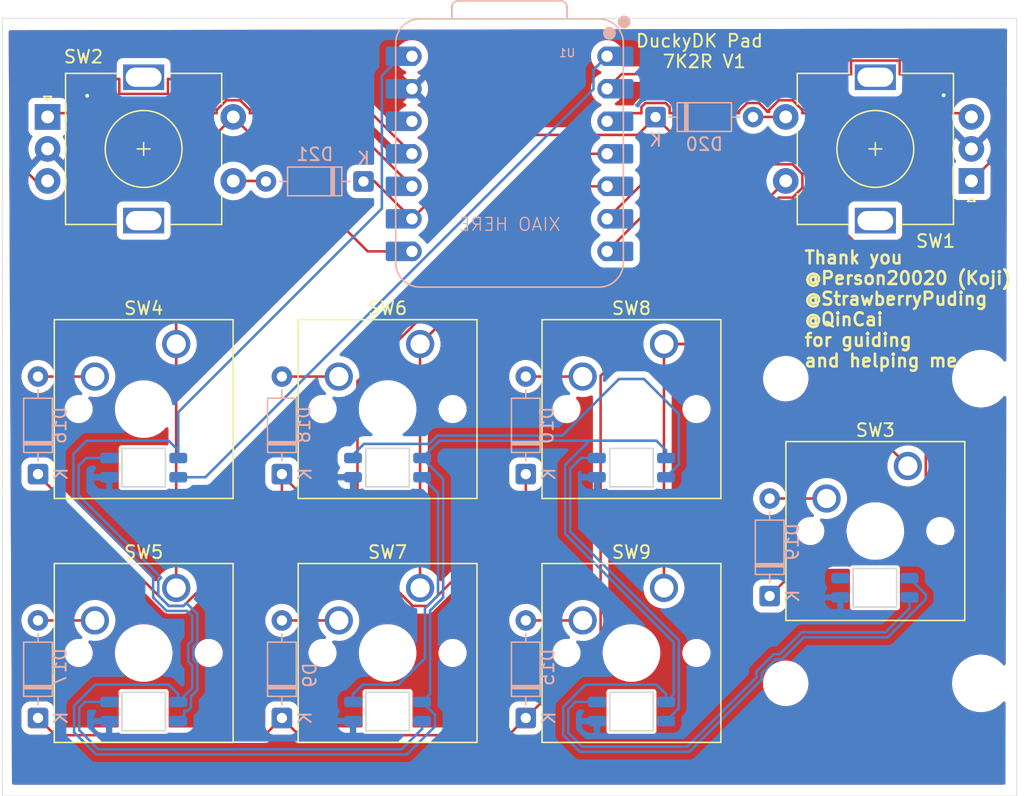
<source format=kicad_pcb>
(kicad_pcb (version 20241229) (generator "pcbnew") (generator_version "9.0")
  (layers (0 "F.Cu" signal) (2 "B.Cu" signal) (13 "F.Paste" user) (15 "B.Paste" user) (5 "F.SilkS" user "F.Silkscreen") (7 "B.SilkS" user "B.Silkscreen") (1 "F.Mask" user) (3 "B.Mask" user) (25 "Edge.Cuts" user))
  (net 0 "")
  (net 1 "Net-(D1-DIN)")
  (net 2 "GND")
  (net 3 "+5V")
  (net 4 "Net-(D1-DOUT)")
  (net 5 "Net-(D2-DOUT)")
  (net 6 "Net-(D3-DOUT)")
  (net 7 "Net-(D4-DOUT)")
  (net 8 "Net-(D5-DOUT)")
  (net 9 "Net-(D6-DOUT)")
  (net 11 "Net-(D9-A)")
  (net 12 "Row 2")
  (net 13 "Net-(D10-A)")
  (net 14 "Net-(D15-A)")
  (net 15 "Row 1")
  (net 16 "Net-(D16-A)")
  (net 17 "Net-(D17-A)")
  (net 18 "Net-(D18-A)")
  (net 19 "Net-(D19-A)")
  (net 20 "Row 0")
  (net 21 "Net-(D20-A)")
  (net 22 "Net-(D21-A)")
  (net 23 "Col 1")
  (net 24 "ROT2-A")
  (net 25 "ROT2-B")
  (net 26 "ROT1-B")
  (net 27 "Col 2")
  (net 28 "ROT1-A")
  (net 29 "Col 0")
  (footprint "Rotary_Encoder:RotaryEncoder_Alps_EC11E-Switch_Vertical_H20mm" (layer "F.Cu") (at 149.359 86.066 180)
    (property "Reference" "SW1" (at 2.8 -4.7 0) (layer "F.SilkS"))
    (property "Value" "RotaryEncoder_Switch")
    (pad "A" thru_hole rect (at 0 0 180) (size 2 2) (drill 1) (layers "*.Cu" "*.Mask") (net 24 "ROT2-A"))
    (pad "B" thru_hole circle (at 0 5 180) (size 2 2) (drill 1) (layers "*.Cu" "*.Mask") (net 25 "ROT2-B"))
    (pad "C" thru_hole circle (at 0 2.5 180) (size 2 2) (drill 1) (layers "*.Cu" "*.Mask") (net 2 "GND"))
    (pad "MP" thru_hole rect (at 7.5 -3.1 180) (size 3.2 2) (drill oval 2.8 1.5) (layers "*.Cu" "*.Mask"))
    (pad "MP" thru_hole rect (at 7.5 8.1 180) (size 3.2 2) (drill oval 2.8 1.5) (layers "*.Cu" "*.Mask"))
    (pad "S1" thru_hole circle (at 14.5 5 180) (size 2 2) (drill 1) (layers "*.Cu" "*.Mask") (net 21 "Net-(D20-A)"))
    (pad "S2" thru_hole circle (at 14.5 0 180) (size 2 2) (drill 1) (layers "*.Cu" "*.Mask") (net 23 "Col 1"))
  )
  (footprint "Button_Switch_Keyboard:SW_Cherry_MX_1.00u_PCB" (layer "F.Cu") (at 87.249 117.856)
    (property "Reference" "SW5" (at -2.54 -2.794 0) (layer "F.SilkS"))
    (property "Value" "SW_Push")
    (pad "" np_thru_hole circle (at -7.62 5.08) (size 1.7 1.7) (drill 1.7) (layers "*.Cu" "*.Mask"))
    (pad "" np_thru_hole circle (at -2.54 5.08) (size 4 4) (drill 4) (layers "*.Cu" "*.Mask"))
    (pad "" np_thru_hole circle (at 2.54 5.08) (size 1.7 1.7) (drill 1.7) (layers "*.Cu" "*.Mask"))
    (pad "1" thru_hole circle (at 0 0) (size 2.2 2.2) (drill 1.5) (layers "*.Cu" "*.Mask") (net 29 "Col 0"))
    (pad "2" thru_hole circle (at -6.35 2.54) (size 2.2 2.2) (drill 1.5) (layers "*.Cu" "*.Mask") (net 17 "Net-(D17-A)"))
  )
  (footprint "Button_Switch_Keyboard:SW_Cherry_MX_1.00u_PCB" (layer "F.Cu") (at 87.249 98.806)
    (property "Reference" "SW4" (at -2.54 -2.794 0) (layer "F.SilkS"))
    (property "Value" "SW_Push")
    (pad "" np_thru_hole circle (at -7.62 5.08) (size 1.7 1.7) (drill 1.7) (layers "*.Cu" "*.Mask"))
    (pad "" np_thru_hole circle (at -2.54 5.08) (size 4 4) (drill 4) (layers "*.Cu" "*.Mask"))
    (pad "" np_thru_hole circle (at 2.54 5.08) (size 1.7 1.7) (drill 1.7) (layers "*.Cu" "*.Mask"))
    (pad "1" thru_hole circle (at 0 0) (size 2.2 2.2) (drill 1.5) (layers "*.Cu" "*.Mask") (net 29 "Col 0"))
    (pad "2" thru_hole circle (at -6.35 2.54) (size 2.2 2.2) (drill 1.5) (layers "*.Cu" "*.Mask") (net 16 "Net-(D16-A)"))
  )
  (footprint "Rotary_Encoder:RotaryEncoder_Alps_EC11E-Switch_Vertical_H20mm" (layer "F.Cu") (at 77.205 81.066)
    (property "Reference" "SW2" (at 2.8 -4.7 0) (layer "F.SilkS"))
    (property "Value" "RotaryEncoder_Switch")
    (pad "A" thru_hole rect (at 0 0) (size 2 2) (drill 1) (layers "*.Cu" "*.Mask") (net 28 "ROT1-A"))
    (pad "B" thru_hole circle (at 0 5) (size 2 2) (drill 1) (layers "*.Cu" "*.Mask") (net 26 "ROT1-B"))
    (pad "C" thru_hole circle (at 0 2.5) (size 2 2) (drill 1) (layers "*.Cu" "*.Mask") (net 2 "GND"))
    (pad "MP" thru_hole rect (at 7.5 -3.1) (size 3.2 2) (drill oval 2.8 1.5) (layers "*.Cu" "*.Mask"))
    (pad "MP" thru_hole rect (at 7.5 8.1) (size 3.2 2) (drill oval 2.8 1.5) (layers "*.Cu" "*.Mask"))
    (pad "S1" thru_hole circle (at 14.5 5) (size 2 2) (drill 1) (layers "*.Cu" "*.Mask") (net 22 "Net-(D21-A)"))
    (pad "S2" thru_hole circle (at 14.5 0) (size 2 2) (drill 1) (layers "*.Cu" "*.Mask") (net 29 "Col 0"))
  )
  (footprint "Button_Switch_Keyboard:SW_Cherry_MX_2.00u_Vertical_PCB" (layer "F.Cu") (at 144.399 108.331)
    (property "Reference" "SW3" (at -2.54 -2.794 0) (layer "F.SilkS"))
    (property "Value" "SW_Push")
    (pad "" np_thru_hole circle (at -9.54 -6.82) (size 3.05 3.05) (drill 3.05) (layers "*.Cu" "*.Mask"))
    (pad "" np_thru_hole circle (at -9.54 16.98) (size 3.05 3.05) (drill 3.05) (layers "*.Cu" "*.Mask"))
    (pad "" np_thru_hole circle (at -7.62 5.08) (size 1.7 1.7) (drill 1.7) (layers "*.Cu" "*.Mask"))
    (pad "" np_thru_hole circle (at -2.54 5.08) (size 4 4) (drill 4) (layers "*.Cu" "*.Mask"))
    (pad "" np_thru_hole circle (at 2.54 5.08) (size 1.7 1.7) (drill 1.7) (layers "*.Cu" "*.Mask"))
    (pad "" np_thru_hole circle (at 5.7 -6.82) (size 4 4) (drill 4) (layers "*.Cu" "*.Mask"))
    (pad "" np_thru_hole circle (at 5.7 16.98) (size 4 4) (drill 4) (layers "*.Cu" "*.Mask"))
    (pad "1" thru_hole circle (at 0 0) (size 2.2 2.2) (drill 1.5) (layers "*.Cu" "*.Mask") (net 27 "Col 2"))
    (pad "2" thru_hole circle (at -6.35 2.54) (size 2.2 2.2) (drill 1.5) (layers "*.Cu" "*.Mask") (net 19 "Net-(D19-A)"))
  )
  (footprint "Button_Switch_Keyboard:SW_Cherry_MX_1.00u_PCB" (layer "F.Cu") (at 106.299 117.856)
    (property "Reference" "SW7" (at -2.54 -2.794 0) (layer "F.SilkS"))
    (property "Value" "SW_Push")
    (pad "" np_thru_hole circle (at -7.62 5.08) (size 1.7 1.7) (drill 1.7) (layers "*.Cu" "*.Mask"))
    (pad "" np_thru_hole circle (at -2.54 5.08) (size 4 4) (drill 4) (layers "*.Cu" "*.Mask"))
    (pad "" np_thru_hole circle (at 2.54 5.08) (size 1.7 1.7) (drill 1.7) (layers "*.Cu" "*.Mask"))
    (pad "1" thru_hole circle (at 0 0) (size 2.2 2.2) (drill 1.5) (layers "*.Cu" "*.Mask") (net 23 "Col 1"))
    (pad "2" thru_hole circle (at -6.35 2.54) (size 2.2 2.2) (drill 1.5) (layers "*.Cu" "*.Mask") (net 11 "Net-(D9-A)"))
  )
  (footprint "Button_Switch_Keyboard:SW_Cherry_MX_1.00u_PCB" (layer "F.Cu") (at 125.349 117.856)
    (property "Reference" "SW9" (at -2.54 -2.794 0) (layer "F.SilkS"))
    (property "Value" "SW_Push")
    (pad "" np_thru_hole circle (at -7.62 5.08) (size 1.7 1.7) (drill 1.7) (layers "*.Cu" "*.Mask"))
    (pad "" np_thru_hole circle (at -2.54 5.08) (size 4 4) (drill 4) (layers "*.Cu" "*.Mask"))
    (pad "" np_thru_hole circle (at 2.54 5.08) (size 1.7 1.7) (drill 1.7) (layers "*.Cu" "*.Mask"))
    (pad "1" thru_hole circle (at 0 0) (size 2.2 2.2) (drill 1.5) (layers "*.Cu" "*.Mask") (net 27 "Col 2"))
    (pad "2" thru_hole circle (at -6.35 2.54) (size 2.2 2.2) (drill 1.5) (layers "*.Cu" "*.Mask") (net 14 "Net-(D15-A)"))
  )
  (footprint "Button_Switch_Keyboard:SW_Cherry_MX_1.00u_PCB" (layer "F.Cu") (at 106.299 98.806)
    (property "Reference" "SW6" (at -2.54 -2.794 0) (layer "F.SilkS"))
    (property "Value" "SW_Push")
    (pad "" np_thru_hole circle (at -7.62 5.08) (size 1.7 1.7) (drill 1.7) (layers "*.Cu" "*.Mask"))
    (pad "" np_thru_hole circle (at -2.54 5.08) (size 4 4) (drill 4) (layers "*.Cu" "*.Mask"))
    (pad "" np_thru_hole circle (at 2.54 5.08) (size 1.7 1.7) (drill 1.7) (layers "*.Cu" "*.Mask"))
    (pad "1" thru_hole circle (at 0 0) (size 2.2 2.2) (drill 1.5) (layers "*.Cu" "*.Mask") (net 23 "Col 1"))
    (pad "2" thru_hole circle (at -6.35 2.54) (size 2.2 2.2) (drill 1.5) (layers "*.Cu" "*.Mask") (net 18 "Net-(D18-A)"))
  )
  (footprint "Button_Switch_Keyboard:SW_Cherry_MX_1.00u_PCB" (layer "F.Cu") (at 125.349 98.806)
    (property "Reference" "SW8" (at -2.54 -2.794 0) (layer "F.SilkS"))
    (property "Value" "SW_Push")
    (pad "" np_thru_hole circle (at -7.62 5.08) (size 1.7 1.7) (drill 1.7) (layers "*.Cu" "*.Mask"))
    (pad "" np_thru_hole circle (at -2.54 5.08) (size 4 4) (drill 4) (layers "*.Cu" "*.Mask"))
    (pad "" np_thru_hole circle (at 2.54 5.08) (size 1.7 1.7) (drill 1.7) (layers "*.Cu" "*.Mask"))
    (pad "1" thru_hole circle (at 0 0) (size 2.2 2.2) (drill 1.5) (layers "*.Cu" "*.Mask") (net 27 "Col 2"))
    (pad "2" thru_hole circle (at -6.35 2.54) (size 2.2 2.2) (drill 1.5) (layers "*.Cu" "*.Mask") (net 13 "Net-(D10-A)"))
  )
  (footprint "ScottoKeebs_Components:LED_SK6812MINI" (layer "B.Cu") (at 122.809 108.458 180)
    (property "Reference" "D5" (hide yes))
    (property "Value" "SK6812MINI" (hide yes))
    (fp_line (start 1.7 1.5) (end -1.7 1.5) (stroke (width 0.12)) (layer "Edge.Cuts"))
    (fp_line (start 1.7 -1.5) (end 1.7 1.5) (stroke (width 0.12)) (layer "Edge.Cuts"))
    (fp_line (start -1.7 1.5) (end -1.7 -1.5) (stroke (width 0.12)) (layer "Edge.Cuts"))
    (fp_line (start -1.7 -1.5) (end 1.7 -1.5) (stroke (width 0.12)) (layer "Edge.Cuts"))
    (pad "1" smd roundrect (at 2.7 0.75 180) (size 1.4 0.82) (layers "B.Cu" "B.Mask" "B.Paste") (net 8 "Net-(D5-DOUT)"))
    (pad "2" smd roundrect (at 2.7 -0.75 180) (size 1.4 0.82) (layers "B.Cu" "B.Mask" "B.Paste") (net 2 "GND"))
    (pad "3" smd roundrect (at -2.7 -0.75 180) (size 1.4 0.82) (layers "B.Cu" "B.Mask" "B.Paste") (net 7 "Net-(D4-DOUT)"))
    (pad "4" smd roundrect (at -2.7 0.75 180) (size 1.4 0.82) (layers "B.Cu" "B.Mask" "B.Paste") (net 3 "+5V"))
  )
  (footprint "ScottoKeebs_Components:LED_SK6812MINI" (layer "B.Cu") (at 122.809 127.508 180)
    (property "Reference" "D6" (hide yes))
    (property "Value" "SK6812MINI" (hide yes))
    (fp_line (start 1.7 1.5) (end -1.7 1.5) (stroke (width 0.12)) (layer "Edge.Cuts"))
    (fp_line (start 1.7 -1.5) (end 1.7 1.5) (stroke (width 0.12)) (layer "Edge.Cuts"))
    (fp_line (start -1.7 1.5) (end -1.7 -1.5) (stroke (width 0.12)) (layer "Edge.Cuts"))
    (fp_line (start -1.7 -1.5) (end 1.7 -1.5) (stroke (width 0.12)) (layer "Edge.Cuts"))
    (pad "1" smd roundrect (at 2.7 0.75 180) (size 1.4 0.82) (layers "B.Cu" "B.Mask" "B.Paste") (net 9 "Net-(D6-DOUT)"))
    (pad "2" smd roundrect (at 2.7 -0.75 180) (size 1.4 0.82) (layers "B.Cu" "B.Mask" "B.Paste") (net 2 "GND"))
    (pad "3" smd roundrect (at -2.7 -0.75 180) (size 1.4 0.82) (layers "B.Cu" "B.Mask" "B.Paste") (net 8 "Net-(D5-DOUT)"))
    (pad "4" smd roundrect (at -2.7 0.75 180) (size 1.4 0.82) (layers "B.Cu" "B.Mask" "B.Paste") (net 3 "+5V"))
  )
  (footprint "ScottoKeebs_Components:LED_SK6812MINI" (layer "B.Cu") (at 141.826 117.844 180)
    (property "Reference" "D8" (hide yes))
    (property "Value" "SK6812MINI" (hide yes))
    (fp_line (start 1.7 1.5) (end -1.7 1.5) (stroke (width 0.12)) (layer "Edge.Cuts"))
    (fp_line (start 1.7 -1.5) (end 1.7 1.5) (stroke (width 0.12)) (layer "Edge.Cuts"))
    (fp_line (start -1.7 1.5) (end -1.7 -1.5) (stroke (width 0.12)) (layer "Edge.Cuts"))
    (fp_line (start -1.7 -1.5) (end 1.7 -1.5) (stroke (width 0.12)) (layer "Edge.Cuts"))
    (pad "1" smd roundrect (at 2.7 0.75 180) (size 1.4 0.82) (layers "B.Cu" "B.Mask" "B.Paste"))
    (pad "2" smd roundrect (at 2.7 -0.75 180) (size 1.4 0.82) (layers "B.Cu" "B.Mask" "B.Paste") (net 2 "GND"))
    (pad "3" smd roundrect (at -2.7 -0.75 180) (size 1.4 0.82) (layers "B.Cu" "B.Mask" "B.Paste") (net 9 "Net-(D6-DOUT)"))
    (pad "4" smd roundrect (at -2.7 0.75 180) (size 1.4 0.82) (layers "B.Cu" "B.Mask" "B.Paste") (net 3 "+5V"))
  )
  (footprint "Diode_THT:D_DO-35_SOD27_P7.62mm_Horizontal" (layer "B.Cu") (at 76.454 108.966 90)
    (property "Reference" "D16" (at 3.81 1.7018 90) (layer "B.SilkS") (effects (justify mirror)))
    (property "Value" "1N4148")
    (fp_text user "K" (at 0 1.8 90) (layer "B.SilkS") (effects (justify mirror)))
    (pad "1" thru_hole roundrect (at 0 0 90) (size 1.6 1.6) (drill 0.8) (layers "*.Cu" "*.Mask") (roundrect_rratio 0.15625) (net 15 "Row 1"))
    (pad "2" thru_hole circle (at 7.62 0 90) (size 1.6 1.6) (drill 0.8) (layers "*.Cu" "*.Mask") (net 16 "Net-(D16-A)"))
  )
  (footprint "Diode_THT:D_DO-35_SOD27_P7.62mm_Horizontal" (layer "B.Cu") (at 114.554 128.016 90)
    (property "Reference" "D15" (at 3.9624 1.7018 90) (layer "B.SilkS") (effects (justify mirror)))
    (property "Value" "1N4148")
    (fp_text user "K" (at 0 1.8 90) (layer "B.SilkS") (effects (justify mirror)))
    (pad "1" thru_hole roundrect (at 0 0 90) (size 1.6 1.6) (drill 0.8) (layers "*.Cu" "*.Mask") (roundrect_rratio 0.15625) (net 12 "Row 2"))
    (pad "2" thru_hole circle (at 7.62 0 90) (size 1.6 1.6) (drill 0.8) (layers "*.Cu" "*.Mask") (net 14 "Net-(D15-A)"))
  )
  (footprint "Diode_THT:D_DO-35_SOD27_P7.62mm_Horizontal" (layer "B.Cu") (at 101.8794 86.106 180)
    (property "Reference" "D21" (at 3.81 2.12 0) (layer "B.SilkS") (effects (justify mirror)))
    (property "Value" "1N4148")
    (fp_text user "K" (at 0 1.8 0) (layer "B.SilkS") (effects (justify mirror)))
    (pad "1" thru_hole roundrect (at 0 0 180) (size 1.6 1.6) (drill 0.8) (layers "*.Cu" "*.Mask") (roundrect_rratio 0.15625) (net 20 "Row 0"))
    (pad "2" thru_hole circle (at 7.62 0 180) (size 1.6 1.6) (drill 0.8) (layers "*.Cu" "*.Mask") (net 22 "Net-(D21-A)"))
  )
  (footprint "ScottoKeebs_Components:LED_SK6812MINI" (layer "B.Cu") (at 84.709 127.508 180)
    (property "Reference" "D2" (hide yes))
    (property "Value" "SK6812MINI" (hide yes))
    (fp_line (start 1.7 1.5) (end -1.7 1.5) (stroke (width 0.12)) (layer "Edge.Cuts"))
    (fp_line (start 1.7 -1.5) (end 1.7 1.5) (stroke (width 0.12)) (layer "Edge.Cuts"))
    (fp_line (start -1.7 1.5) (end -1.7 -1.5) (stroke (width 0.12)) (layer "Edge.Cuts"))
    (fp_line (start -1.7 -1.5) (end 1.7 -1.5) (stroke (width 0.12)) (layer "Edge.Cuts"))
    (pad "1" smd roundrect (at 2.7 0.75 180) (size 1.4 0.82) (layers "B.Cu" "B.Mask" "B.Paste") (net 5 "Net-(D2-DOUT)"))
    (pad "2" smd roundrect (at 2.7 -0.75 180) (size 1.4 0.82) (layers "B.Cu" "B.Mask" "B.Paste") (net 2 "GND"))
    (pad "3" smd roundrect (at -2.7 -0.75 180) (size 1.4 0.82) (layers "B.Cu" "B.Mask" "B.Paste") (net 4 "Net-(D1-DOUT)"))
    (pad "4" smd roundrect (at -2.7 0.75 180) (size 1.4 0.82) (layers "B.Cu" "B.Mask" "B.Paste") (net 3 "+5V"))
  )
  (footprint "Diode_THT:D_DO-35_SOD27_P7.62mm_Horizontal" (layer "B.Cu") (at 76.454 128.016 90)
    (property "Reference" "D17" (at 4.0132 1.7018 90) (layer "B.SilkS") (effects (justify mirror)))
    (property "Value" "1N4148")
    (fp_text user "K" (at 0 1.8 90) (layer "B.SilkS") (effects (justify mirror)))
    (pad "1" thru_hole roundrect (at 0 0 90) (size 1.6 1.6) (drill 0.8) (layers "*.Cu" "*.Mask") (roundrect_rratio 0.15625) (net 12 "Row 2"))
    (pad "2" thru_hole circle (at 7.62 0 90) (size 1.6 1.6) (drill 0.8) (layers "*.Cu" "*.Mask") (net 17 "Net-(D17-A)"))
  )
  (footprint "ScottoKeebs_Components:LED_SK6812MINI" (layer "B.Cu") (at 84.709 108.458 180)
    (property "Reference" "D1" (hide yes))
    (property "Value" "SK6812MINI" (hide yes))
    (fp_line (start 1.7 1.5) (end -1.7 1.5) (stroke (width 0.12)) (layer "Edge.Cuts"))
    (fp_line (start 1.7 -1.5) (end 1.7 1.5) (stroke (width 0.12)) (layer "Edge.Cuts"))
    (fp_line (start -1.7 1.5) (end -1.7 -1.5) (stroke (width 0.12)) (layer "Edge.Cuts"))
    (fp_line (start -1.7 -1.5) (end 1.7 -1.5) (stroke (width 0.12)) (layer "Edge.Cuts"))
    (pad "1" smd roundrect (at 2.7 0.75 180) (size 1.4 0.82) (layers "B.Cu" "B.Mask" "B.Paste") (net 4 "Net-(D1-DOUT)"))
    (pad "2" smd roundrect (at 2.7 -0.75 180) (size 1.4 0.82) (layers "B.Cu" "B.Mask" "B.Paste") (net 2 "GND"))
    (pad "3" smd roundrect (at -2.7 -0.75 180) (size 1.4 0.82) (layers "B.Cu" "B.Mask" "B.Paste") (net 1 "Net-(D1-DIN)"))
    (pad "4" smd roundrect (at -2.7 0.75 180) (size 1.4 0.82) (layers "B.Cu" "B.Mask" "B.Paste") (net 3 "+5V"))
  )
  (footprint "OPL:XIAO-RP2040-DIP" (layer "B.Cu") (at 113.284 83.947 180)
    (property "Reference" "U1" (at -4.493136 7.874 0) (layer "B.SilkS") (effects (font (size 0.635 0.635) (thickness 0.1016)) (justify mirror)))
    (property "Value" "XIAO-RP2040-DIP")
    (pad "1" smd roundrect (at -8.455 7.62) (size 2.432 1.524) (layers "B.Cu" "B.Mask") (roundrect_rratio 0.1) (net 1 "Net-(D1-DIN)"))
    (pad "1" thru_hole circle (at -7.62 7.62) (size 1.524 1.524) (drill 0.889) (layers "*.Cu" "*.Mask") (net 1 "Net-(D1-DIN)"))
    (pad "2" smd roundrect (at -8.455 5.08) (size 2.432 1.524) (layers "B.Cu" "B.Mask") (roundrect_rratio 0.1) (net 24 "ROT2-A"))
    (pad "2" thru_hole circle (at -7.62 5.08) (size 1.524 1.524) (drill 0.889) (layers "*.Cu" "*.Mask") (net 24 "ROT2-A"))
    (pad "3" smd roundrect (at -8.455 2.54) (size 2.432 1.524) (layers "B.Cu" "B.Mask") (roundrect_rratio 0.1) (net 25 "ROT2-B"))
    (pad "3" thru_hole circle (at -7.62 2.54) (size 1.524 1.524) (drill 0.889) (layers "*.Cu" "*.Mask") (net 25 "ROT2-B"))
    (pad "4" smd roundrect (at -8.455 0) (size 2.432 1.524) (layers "B.Cu" "B.Mask") (roundrect_rratio 0.1) (net 15 "Row 1"))
    (pad "4" thru_hole circle (at -7.62 0) (size 1.524 1.524) (drill 0.889) (layers "*.Cu" "*.Mask") (net 15 "Row 1"))
    (pad "5" smd roundrect (at -8.455 -2.54) (size 2.432 1.524) (layers "B.Cu" "B.Mask") (roundrect_rratio 0.1) (net 23 "Col 1"))
    (pad "5" thru_hole circle (at -7.62 -2.54) (size 1.524 1.524) (drill 0.889) (layers "*.Cu" "*.Mask") (net 23 "Col 1"))
    (pad "6" smd roundrect (at -8.455 -5.08) (size 2.432 1.524) (layers "B.Cu" "B.Mask") (roundrect_rratio 0.1) (net 27 "Col 2"))
    (pad "6" thru_hole circle (at -7.62 -5.08) (size 1.524 1.524) (drill 0.889) (layers "*.Cu" "*.Mask") (net 27 "Col 2"))
    (pad "7" smd roundrect (at -8.455 -7.62) (size 2.432 1.524) (layers "B.Cu" "B.Mask") (roundrect_rratio 0.1) (net 12 "Row 2"))
    (pad "7" thru_hole circle (at -7.62 -7.62) (size 1.524 1.524) (drill 0.889) (layers "*.Cu" "*.Mask") (net 12 "Row 2"))
    (pad "8" thru_hole circle (at 7.62 -7.62 180) (size 1.524 1.524) (drill 0.889) (layers "*.Cu" "*.Mask") (net 29 "Col 0"))
    (pad "8" smd roundrect (at 8.455 -7.62 180) (size 2.432 1.524) (layers "B.Cu" "B.Mask") (roundrect_rratio 0.1) (net 29 "Col 0"))
    (pad "9" thru_hole circle (at 7.62 -5.08 180) (size 1.524 1.524) (drill 0.889) (layers "*.Cu" "*.Mask") (net 20 "Row 0"))
    (pad "9" smd roundrect (at 8.455 -5.08 180) (size 2.432 1.524) (layers "B.Cu" "B.Mask") (roundrect_rratio 0.1) (net 20 "Row 0"))
    (pad "10" thru_hole circle (at 7.62 -2.54 180) (size 1.524 1.524) (drill 0.889) (layers "*.Cu" "*.Mask") (net 28 "ROT1-A"))
    (pad "10" smd roundrect (at 8.455 -2.54 180) (size 2.432 1.524) (layers "B.Cu" "B.Mask") (roundrect_rratio 0.1) (net 28 "ROT1-A"))
    (pad "11" thru_hole circle (at 7.62 0 180) (size 1.524 1.524) (drill 0.889) (layers "*.Cu" "*.Mask") (net 26 "ROT1-B"))
    (pad "11" smd roundrect (at 8.455 0 180) (size 2.432 1.524) (layers "B.Cu" "B.Mask") (roundrect_rratio 0.1) (net 26 "ROT1-B"))
    (pad "12" thru_hole circle (at 7.62 2.54 180) (size 1.524 1.524) (drill 0.889) (layers "*.Cu" "*.Mask"))
    (pad "12" smd roundrect (at 8.455 2.54 180) (size 2.432 1.524) (layers "B.Cu" "B.Mask") (roundrect_rratio 0.1))
    (pad "13" thru_hole circle (at 7.62 5.08 180) (size 1.524 1.524) (drill 0.889) (layers "*.Cu" "*.Mask") (net 2 "GND"))
    (pad "13" smd roundrect (at 8.455 5.08 180) (size 2.432 1.524) (layers "B.Cu" "B.Mask") (roundrect_rratio 0.1) (net 2 "GND"))
    (pad "14" thru_hole circle (at 7.62 7.62 180) (size 1.524 1.524) (drill 0.889) (layers "*.Cu" "*.Mask") (net 3 "+5V"))
    (pad "14" smd roundrect (at 8.455 7.62 180) (size 2.432 1.524) (layers "B.Cu" "B.Mask") (roundrect_rratio 0.1) (net 3 "+5V"))
  )
  (footprint "ScottoKeebs_Components:LED_SK6812MINI" (layer "B.Cu") (at 103.759 108.458 180)
    (property "Reference" "D4" (hide yes))
    (property "Value" "SK6812MINI" (hide yes))
    (fp_line (start 1.7 1.5) (end -1.7 1.5) (stroke (width 0.12)) (layer "Edge.Cuts"))
    (fp_line (start 1.7 -1.5) (end 1.7 1.5) (stroke (width 0.12)) (layer "Edge.Cuts"))
    (fp_line (start -1.7 1.5) (end -1.7 -1.5) (stroke (width 0.12)) (layer "Edge.Cuts"))
    (fp_line (start -1.7 -1.5) (end 1.7 -1.5) (stroke (width 0.12)) (layer "Edge.Cuts"))
    (pad "1" smd roundrect (at 2.7 0.75 180) (size 1.4 0.82) (layers "B.Cu" "B.Mask" "B.Paste") (net 7 "Net-(D4-DOUT)"))
    (pad "2" smd roundrect (at 2.7 -0.75 180) (size 1.4 0.82) (layers "B.Cu" "B.Mask" "B.Paste") (net 2 "GND"))
    (pad "3" smd roundrect (at -2.7 -0.75 180) (size 1.4 0.82) (layers "B.Cu" "B.Mask" "B.Paste") (net 6 "Net-(D3-DOUT)"))
    (pad "4" smd roundrect (at -2.7 0.75 180) (size 1.4 0.82) (layers "B.Cu" "B.Mask" "B.Paste") (net 3 "+5V"))
  )
  (footprint "Diode_THT:D_DO-35_SOD27_P7.62mm_Horizontal" (layer "B.Cu") (at 95.504 108.966 90)
    (property "Reference" "D18" (at 3.8608 1.7018 90) (layer "B.SilkS") (effects (justify mirror)))
    (property "Value" "1N4148")
    (fp_text user "K" (at 0 1.8 90) (layer "B.SilkS") (effects (justify mirror)))
    (pad "1" thru_hole roundrect (at 0 0 90) (size 1.6 1.6) (drill 0.8) (layers "*.Cu" "*.Mask") (roundrect_rratio 0.15625) (net 15 "Row 1"))
    (pad "2" thru_hole circle (at 7.62 0 90) (size 1.6 1.6) (drill 0.8) (layers "*.Cu" "*.Mask") (net 18 "Net-(D18-A)"))
  )
  (footprint "Diode_THT:D_DO-35_SOD27_P7.62mm_Horizontal" (layer "B.Cu") (at 133.604 118.491 90)
    (property "Reference" "D19" (at 4.2418 1.7526 90) (layer "B.SilkS") (effects (justify mirror)))
    (property "Value" "1N4148")
    (fp_text user "K" (at 0 1.8 90) (layer "B.SilkS") (effects (justify mirror)))
    (pad "1" thru_hole roundrect (at 0 0 90) (size 1.6 1.6) (drill 0.8) (layers "*.Cu" "*.Mask") (roundrect_rratio 0.15625) (net 20 "Row 0"))
    (pad "2" thru_hole circle (at 7.62 0 90) (size 1.6 1.6) (drill 0.8) (layers "*.Cu" "*.Mask") (net 19 "Net-(D19-A)"))
  )
  (footprint "Diode_THT:D_DO-35_SOD27_P7.62mm_Horizontal" (layer "B.Cu") (at 124.6886 81.0768)
    (property "Reference" "D20" (at 3.81 2.12 0) (layer "B.SilkS") (effects (justify mirror)))
    (property "Value" "1N4148")
    (fp_text user "K" (at 0 1.8 0) (layer "B.SilkS") (effects (justify mirror)))
    (pad "1" thru_hole roundrect (at 0 0) (size 1.6 1.6) (drill 0.8) (layers "*.Cu" "*.Mask") (roundrect_rratio 0.15625) (net 20 "Row 0"))
    (pad "2" thru_hole circle (at 7.62 0) (size 1.6 1.6) (drill 0.8) (layers "*.Cu" "*.Mask") (net 21 "Net-(D20-A)"))
  )
  (footprint "ScottoKeebs_Components:LED_SK6812MINI" (layer "B.Cu") (at 103.759 127.508 180)
    (property "Reference" "D3" (hide yes))
    (property "Value" "SK6812MINI" (hide yes))
    (fp_line (start 1.7 1.5) (end -1.7 1.5) (stroke (width 0.12)) (layer "Edge.Cuts"))
    (fp_line (start 1.7 -1.5) (end 1.7 1.5) (stroke (width 0.12)) (layer "Edge.Cuts"))
    (fp_line (start -1.7 1.5) (end -1.7 -1.5) (stroke (width 0.12)) (layer "Edge.Cuts"))
    (fp_line (start -1.7 -1.5) (end 1.7 -1.5) (stroke (width 0.12)) (layer "Edge.Cuts"))
    (pad "1" smd roundrect (at 2.7 0.75 180) (size 1.4 0.82) (layers "B.Cu" "B.Mask" "B.Paste") (net 6 "Net-(D3-DOUT)"))
    (pad "2" smd roundrect (at 2.7 -0.75 180) (size 1.4 0.82) (layers "B.Cu" "B.Mask" "B.Paste") (net 2 "GND"))
    (pad "3" smd roundrect (at -2.7 -0.75 180) (size 1.4 0.82) (layers "B.Cu" "B.Mask" "B.Paste") (net 5 "Net-(D2-DOUT)"))
    (pad "4" smd roundrect (at -2.7 0.75 180) (size 1.4 0.82) (layers "B.Cu" "B.Mask" "B.Paste") (net 3 "+5V"))
  )
  (footprint "Diode_THT:D_DO-35_SOD27_P7.62mm_Horizontal" (layer "B.Cu") (at 95.504 128.016 90)
    (property "Reference" "D9" (at 3.349 2.185 90) (layer "B.SilkS") (effects (justify mirror)))
    (property "Value" "1N4148")
    (fp_text user "K" (at 0 1.8 90) (layer "B.SilkS") (effects (justify mirror)))
    (pad "1" thru_hole roundrect (at 0 0 90) (size 1.6 1.6) (drill 0.8) (layers "*.Cu" "*.Mask") (roundrect_rratio 0.15625) (net 12 "Row 2"))
    (pad "2" thru_hole circle (at 7.62 0 90) (size 1.6 1.6) (drill 0.8) (layers "*.Cu" "*.Mask") (net 11 "Net-(D9-A)"))
  )
  (footprint "Diode_THT:D_DO-35_SOD27_P7.62mm_Horizontal" (layer "B.Cu") (at 114.554 108.966 90)
    (property "Reference" "D10" (at 3.81 1.651 90) (layer "B.SilkS") (effects (justify mirror)))
    (property "Value" "1N4148")
    (fp_text user "K" (at 0 1.8 90) (layer "B.SilkS") (effects (justify mirror)))
    (pad "1" thru_hole roundrect (at 0 0 90) (size 1.6 1.6) (drill 0.8) (layers "*.Cu" "*.Mask") (roundrect_rratio 0.15625) (net 15 "Row 1"))
    (pad "2" thru_hole circle (at 7.62 0 90) (size 1.6 1.6) (drill 0.8) (layers "*.Cu" "*.Mask") (net 13 "Net-(D10-A)"))
  )
  (gr_rect (start 73.66 73.3552) (end 152.908 134.112) (stroke (width 0.05)) (fill no) (layer "Edge.Cuts"))
  (gr_text "DuckyDK Pad \n7K2R V1" (at 128.4986 77.3176 0) (layer "F.SilkS") (effects (font (size 1 1)) (justify bottom)))
  (gr_text "Thank you \n@Person20020 (Koji) \n@StrawberryPuding \n@QinCai\nfor guiding \nand helping me" (at 136.2202 100.6856 0) (layer "F.SilkS") (effects (font (size 1 1) (thickness 0.2) (bold yes)) (justify left bottom)))
  (gr_text "XIAO HERE" (at 117.348 90.043 0) (layer "B.SilkS") (effects (font (size 1 1) (thickness 0.1)) (justify left bottom mirror)))
  (segment (start 119.841 77.39) (end 120.904 76.327) (width 0.2) (layer "B.Cu") (net 1))
  (segment (start 87.409 109.208) (end 89.52631 109.208) (width 0.2) (layer "B.Cu") (net 1))
  (segment (start 89.52631 109.208) (end 119.841 78.89331) (width 0.2) (layer "B.Cu") (net 1))
  (segment (start 119.841 78.89331) (end 119.841 77.39) (width 0.2) (layer "B.Cu") (net 1))
  (via (at 80.298339 79.412305) (size 0.6) (drill 0.3) (layers "F.Cu" "B.Cu") (net 2))
  (via (at 147.193 79.375) (size 0.6) (drill 0.3) (layers "F.Cu" "B.Cu") (net 2))
  (segment (start 88.499 125.668) (end 88.499 123.91157) (width 0.2) (layer "B.Cu") (net 3))
  (segment (start 88.499 120.0541) (end 88.1029 119.658) (width 0.2) (layer "B.Cu") (net 3))
  (segment (start 107.081 126.136) (end 107.081 119.622414) (width 0.2) (layer "B.Cu") (net 3))
  (segment (start 87.409 126.758) (end 88.499 125.668) (width 0.2) (layer "B.Cu") (net 3))
  (segment (start 80.9172 125.407) (end 79.2734 127.0508) (width 0.2) (layer "B.Cu") (net 3))
  (segment (start 87.409 107.708) (end 87.409 104.128374) (width 0.2) (layer "B.Cu") (net 3))
  (segment (start 87.409 126.758) (end 87.409 126.158058) (width 0.2) (layer "B.Cu") (net 3))
  (segment (start 80.2568 106.357) (end 86.657942 106.357) (width 0.2) (layer "B.Cu") (net 3))
  (segment (start 125.509 126.758) (end 125.509 126.158058) (width 0.2) (layer "B.Cu") (net 3))
  (segment (start 132.983 124.533935) (end 134.081935 123.435) (width 0.2) (layer "B.Cu") (net 3))
  (segment (start 142.824474 121.7168) (end 145.796 118.745274) (width 0.2) (layer "B.Cu") (net 3))
  (segment (start 126.109 122.1041) (end 126.109 126.158) (width 0.2) (layer "B.Cu") (net 3))
  (segment (start 103.312 88.225374) (end 103.312 77.844) (width 0.2) (layer "B.Cu") (net 3))
  (segment (start 103.312 77.844) (end 104.829 76.327) (width 0.2) (layer "B.Cu") (net 3))
  (segment (start 117.6274 113.6225) (end 126.109 122.1041) (width 0.2) (layer "B.Cu") (net 3))
  (segment (start 119.5252 106.357) (end 117.6274 108.2548) (width 0.2) (layer "B.Cu") (net 3))
  (segment (start 86.502586 119.658) (end 85.447 118.602414) (width 0.2) (layer "B.Cu") (net 3))
  (segment (start 88.499 121.96043) (end 88.499 120.0541) (width 0.2) (layer "B.Cu") (net 3))
  (segment (start 88.499 123.91157) (end 88.187 123.59957) (width 0.2) (layer "B.Cu") (net 3))
  (segment (start 107.46 128.678274) (end 107.46 127.759) (width 0.2) (layer "B.Cu") (net 3))
  (segment (start 85.500743 117.055843) (end 79.2226 110.7777) (width 0.2) (layer "B.Cu") (net 3))
  (segment (start 86.657942 106.357) (end 87.409 107.108058) (width 0.2) (layer "B.Cu") (net 3))
  (segment (start 145.796 118.364) (end 144.526 117.094) (width 0.2) (layer "B.Cu") (net 3))
  (segment (start 117.475 129.3368) (end 118.7958 130.6576) (width 0.2) (layer "B.Cu") (net 3))
  (segment (start 134.5528 123.435) (end 136.271 121.7168) (width 0.2) (layer "B.Cu") (net 3))
  (segment (start 79.2734 127.0508) (end 79.2734 129.1336) (width 0.2) (layer "B.Cu") (net 3))
  (segment (start 125.509 126.158058) (end 124.757942 125.407) (width 0.2) (layer "B.Cu") (net 3))
  (segment (start 86.657942 125.407) (end 80.9172 125.407) (width 0.2) (layer "B.Cu") (net 3))
  (segment (start 125.509 107.108058) (end 125.509 107.708) (width 0.2) (layer "B.Cu") (net 3))
  (segment (start 107.46 127.759) (end 106.459 126.758) (width 0.2) (layer "B.Cu") (net 3))
  (segment (start 81.0006 130.8608) (end 105.277474 130.8608) (width 0.2) (layer "B.Cu") (net 3))
  (segment (start 145.796 118.745274) (end 145.796 118.364) (width 0.2) (layer "B.Cu") (net 3))
  (segment (start 88.1029 119.658) (end 86.502586 119.658) (width 0.2) (layer "B.Cu") (net 3))
  (segment (start 106.459 107.708) (end 107.81 106.357) (width 0.2) (layer "B.Cu") (net 3))
  (segment (start 124.757942 125.407) (end 119.2204 125.407) (width 0.2) (layer "B.Cu") (net 3))
  (segment (start 87.409 107.108058) (end 87.409 107.708) (width 0.2) (layer "B.Cu") (net 3))
  (segment (start 117.6274 108.2548) (end 117.6274 113.6225) (width 0.2) (layer "B.Cu") (net 3))
  (segment (start 127.3302 130.6576) (end 132.983 125.0048) (width 0.2) (layer "B.Cu") (net 3))
  (segment (start 88.187 123.59957) (end 88.187 122.27243) (width 0.2) (layer "B.Cu") (net 3))
  (segment (start 136.271 121.7168) (end 142.824474 121.7168) (width 0.2) (layer "B.Cu") (net 3))
  (segment (start 85.447 118.602414) (end 85.447 117.109586) (width 0.2) (layer "B.Cu") (net 3))
  (segment (start 107.081 119.622414) (end 108.101 118.602414) (width 0.2) (layer "B.Cu") (net 3))
  (segment (start 87.409 126.158058) (end 86.657942 125.407) (width 0.2) (layer "B.Cu") (net 3))
  (segment (start 105.277474 130.8608) (end 107.46 128.678274) (width 0.2) (layer "B.Cu") (net 3))
  (segment (start 79.2734 129.1336) (end 81.0006 130.8608) (width 0.2) (layer "B.Cu") (net 3))
  (segment (start 124.757942 106.357) (end 119.5252 106.357) (width 0.2) (layer "B.Cu") (net 3))
  (segment (start 124.757942 106.357) (end 125.509 107.108058) (width 0.2) (layer "B.Cu") (net 3))
  (segment (start 107.81 106.357) (end 124.757942 106.357) (width 0.2) (layer "B.Cu") (net 3))
  (segment (start 79.2226 107.3912) (end 80.2568 106.357) (width 0.2) (layer "B.Cu") (net 3))
  (segment (start 119.2204 125.407) (end 117.475 127.1524) (width 0.2) (layer "B.Cu") (net 3))
  (segment (start 134.081935 123.435) (end 134.5528 123.435) (width 0.2) (layer "B.Cu") (net 3))
  (segment (start 108.101 109.35) (end 106.459 107.708) (width 0.2) (layer "B.Cu") (net 3))
  (segment (start 87.409 104.128374) (end 103.312 88.225374) (width 0.2) (layer "B.Cu") (net 3))
  (segment (start 85.447 117.109586) (end 85.500743 117.055843) (width 0.2) (layer "B.Cu") (net 3))
  (segment (start 117.475 127.1524) (end 117.475 129.3368) (width 0.2) (layer "B.Cu") (net 3))
  (segment (start 88.187 122.27243) (end 88.499 121.96043) (width 0.2) (layer "B.Cu") (net 3))
  (segment (start 108.101 118.602414) (end 108.101 109.35) (width 0.2) (layer "B.Cu") (net 3))
  (segment (start 118.7958 130.6576) (end 127.3302 130.6576) (width 0.2) (layer "B.Cu") (net 3))
  (segment (start 106.459 126.758) (end 107.081 126.136) (width 0.2) (layer "B.Cu") (net 3))
  (segment (start 79.2226 110.7777) (end 79.2226 107.3912) (width 0.2) (layer "B.Cu") (net 3))
  (segment (start 132.983 125.0048) (end 132.983 124.533935) (width 0.2) (layer "B.Cu") (net 3))
  (segment (start 126.109 126.158) (end 125.509 126.758) (width 0.2) (layer "B.Cu") (net 3))
  (segment (start 87.829314 119.257) (end 88.049157 119.037157) (width 0.2) (layer "B.Cu") (net 4))
  (segment (start 88.41 126.337726) (end 88.41 127.178274) (width 0.2) (layer "B.Cu") (net 4))
  (segment (start 85.848 118.436314) (end 86.668686 119.257) (width 0.2) (layer "B.Cu") (net 4))
  (segment (start 82.009 107.708) (end 80.2266 107.708) (width 0.2) (layer "B.Cu") (net 4))
  (segment (start 86.067843 117.055843) (end 85.848 117.275686) (width 0.2) (layer "B.Cu") (net 4))
  (segment (start 85.848 117.275686) (end 85.848 118.436314) (width 0.2) (layer "B.Cu") (net 4))
  (segment (start 88.9 123.74547) (end 88.9 125.8341) (width 0.2) (layer "B.Cu") (net 4))
  (segment (start 79.6236 110.6116) (end 86.067843 117.055843) (width 0.2) (layer "B.Cu") (net 4))
  (segment (start 80.2266 107.708) (end 79.6236 108.311) (width 0.2) (layer "B.Cu") (net 4))
  (segment (start 87.884 127.469) (end 87.884 127.783001) (width 0.2) (layer "B.Cu") (net 4))
  (segment (start 88.9 125.8341) (end 88.403187 126.330913) (width 0.2) (layer "B.Cu") (net 4))
  (segment (start 79.6236 108.311) (end 79.6236 110.6116) (width 0.2) (layer "B.Cu") (net 4))
  (segment (start 86.668686 119.257) (end 87.829314 119.257) (width 0.2) (layer "B.Cu") (net 4))
  (segment (start 88.049157 119.037157) (end 88.9 119.888) (width 0.2) (layer "B.Cu") (net 4))
  (segment (start 88.588 123.43347) (end 88.9 123.74547) (width 0.2) (layer "B.Cu") (net 4))
  (segment (start 87.884 127.783001) (end 87.409 128.258) (width 0.2) (layer "B.Cu") (net 4))
  (segment (start 88.403187 126.330913) (end 88.41 126.337726) (width 0.2) (layer "B.Cu") (net 4))
  (segment (start 88.9 119.888) (end 88.9 122.12653) (width 0.2) (layer "B.Cu") (net 4))
  (segment (start 88.588 122.43853) (end 88.588 123.43347) (width 0.2) (layer "B.Cu") (net 4))
  (segment (start 88.9 122.12653) (end 88.588 122.43853) (width 0.2) (layer "B.Cu") (net 4))
  (segment (start 88.41 127.178274) (end 88.119274 127.469) (width 0.2) (layer "B.Cu") (net 4))
  (segment (start 88.119274 127.469) (end 87.884 127.469) (width 0.2) (layer "B.Cu") (net 4))
  (segment (start 82.009 126.758) (end 80.1333 126.758) (width 0.2) (layer "B.Cu") (net 5))
  (segment (start 80.1333 126.758) (end 79.6744 127.2169) (width 0.2) (layer "B.Cu") (net 5))
  (segment (start 104.857142 130.4598) (end 106.459 128.857942) (width 0.2) (layer "B.Cu") (net 5))
  (segment (start 106.459 128.857942) (end 106.459 128.258) (width 0.2) (layer "B.Cu") (net 5))
  (segment (start 79.6744 127.2169) (end 79.6744 128.9675) (width 0.2) (layer "B.Cu") (net 5))
  (segment (start 81.1667 130.4598) (end 104.857142 130.4598) (width 0.2) (layer "B.Cu") (net 5))
  (segment (start 79.6744 128.9675) (end 81.1667 130.4598) (width 0.2) (layer "B.Cu") (net 5))
  (segment (start 107.7 118.436314) (end 107.7 110.449) (width 0.2) (layer "B.Cu") (net 6))
  (segment (start 101.059 126.758) (end 101.059 126.158058) (width 0.2) (layer "B.Cu") (net 6))
  (segment (start 101.059 126.158058) (end 101.810058 125.407) (width 0.2) (layer "B.Cu") (net 6))
  (segment (start 104.612816 125.407) (end 106.68 123.339816) (width 0.2) (layer "B.Cu") (net 6))
  (segment (start 101.810058 125.407) (end 104.612816 125.407) (width 0.2) (layer "B.Cu") (net 6))
  (segment (start 106.68 123.339816) (end 106.68 119.456314) (width 0.2) (layer "B.Cu") (net 6))
  (segment (start 106.68 119.456314) (end 107.7 118.436314) (width 0.2) (layer "B.Cu") (net 6))
  (segment (start 107.7 110.449) (end 106.459 109.208) (width 0.2) (layer "B.Cu") (net 6))
  (segment (start 106.9929 106.607) (end 107.6439 105.956) (width 0.2) (layer "B.Cu") (net 7))
  (segment (start 123.782816 101.535) (end 126.51 104.262184) (width 0.2) (layer "B.Cu") (net 7))
  (segment (start 101.059 107.708) (end 101.059 107.461611) (width 0.2) (layer "B.Cu") (net 7))
  (segment (start 117.414184 105.956) (end 121.835184 101.535) (width 0.2) (layer "B.Cu") (net 7))
  (segment (start 121.835184 101.535) (end 123.782816 101.535) (width 0.2) (layer "B.Cu") (net 7))
  (segment (start 101.913611 106.607) (end 106.9929 106.607) (width 0.2) (layer "B.Cu") (net 7))
  (segment (start 107.6439 105.956) (end 117.414184 105.956) (width 0.2) (layer "B.Cu") (net 7))
  (segment (start 126.51 108.207) (end 125.509 109.208) (width 0.2) (layer "B.Cu") (net 7))
  (segment (start 126.51 104.262184) (end 126.51 108.207) (width 0.2) (layer "B.Cu") (net 7))
  (segment (start 101.059 107.461611) (end 101.913611 106.607) (width 0.2) (layer "B.Cu") (net 7))
  (segment (start 118.8854 107.708) (end 118.0284 108.565) (width 0.2) (layer "B.Cu") (net 8))
  (segment (start 120.109 107.708) (end 118.8854 107.708) (width 0.2) (layer "B.Cu") (net 8))
  (segment (start 126.51 121.938) (end 126.51 127.257) (width 0.2) (layer "B.Cu") (net 8))
  (segment (start 118.0284 113.4564) (end 126.51 121.938) (width 0.2) (layer "B.Cu") (net 8))
  (segment (start 118.0284 108.565) (end 118.0284 113.4564) (width 0.2) (layer "B.Cu") (net 8))
  (segment (start 126.51 127.257) (end 125.509 128.258) (width 0.2) (layer "B.Cu") (net 8))
  (segment (start 118.9619 130.2566) (end 117.876 129.1707) (width 0.2) (layer "B.Cu") (net 9))
  (segment (start 117.876 129.1707) (end 117.876 127.3185) (width 0.2) (layer "B.Cu") (net 9))
  (segment (start 134.3867 123.034) (end 133.915835 123.034) (width 0.2) (layer "B.Cu") (net 9))
  (segment (start 133.915835 123.034) (end 132.582 124.367835) (width 0.2) (layer "B.Cu") (net 9))
  (segment (start 136.1049 121.3158) (end 134.3867 123.034) (width 0.2) (layer "B.Cu") (net 9))
  (segment (start 132.582 124.8387) (end 127.1641 130.2566) (width 0.2) (layer "B.Cu") (net 9))
  (segment (start 117.876 127.3185) (end 118.4365 126.758) (width 0.2) (layer "B.Cu") (net 9))
  (segment (start 144.526 118.594) (end 144.526 119.448174) (width 0.2) (layer "B.Cu") (net 9))
  (segment (start 118.4365 126.758) (end 120.109 126.758) (width 0.2) (layer "B.Cu") (net 9))
  (segment (start 132.582 124.367835) (end 132.582 124.8387) (width 0.2) (layer "B.Cu") (net 9))
  (segment (start 127.1641 130.2566) (end 118.9619 130.2566) (width 0.2) (layer "B.Cu") (net 9))
  (segment (start 144.526 119.448174) (end 142.658374 121.3158) (width 0.2) (layer "B.Cu") (net 9))
  (segment (start 142.658374 121.3158) (end 136.1049 121.3158) (width 0.2) (layer "B.Cu") (net 9))
  (segment (start 95.504 120.396) (end 99.949 120.396) (width 0.2) (layer "F.Cu") (net 11))
  (segment (start 120.4 101.287108) (end 134.320108 87.367) (width 0.2) (layer "F.Cu") (net 12))
  (segment (start 96.847 129.359) (end 113.211 129.359) (width 0.2) (layer "F.Cu") (net 12))
  (segment (start 127.706 84.765) (end 120.904 91.567) (width 0.2) (layer "F.Cu") (net 12))
  (segment (start 136.16 86.604892) (end 136.16 85.527108) (width 0.2) (layer "F.Cu") (net 12))
  (segment (start 134.320108 87.367) (end 135.397892 87.367) (width 0.2) (layer "F.Cu") (net 12))
  (segment (start 77.797 129.359) (end 94.161 129.359) (width 0.2) (layer "F.Cu") (net 12))
  (segment (start 135.397892 87.367) (end 136.16 86.604892) (width 0.2) (layer "F.Cu") (net 12))
  (segment (start 135.397892 84.765) (end 127.706 84.765) (width 0.2) (layer "F.Cu") (net 12))
  (segment (start 136.16 85.527108) (end 135.397892 84.765) (width 0.2) (layer "F.Cu") (net 12))
  (segment (start 114.554 128.016) (end 120.4 122.17) (width 0.2) (layer "F.Cu") (net 12))
  (segment (start 120.4 122.17) (end 120.4 101.287108) (width 0.2) (layer "F.Cu") (net 12))
  (segment (start 76.454 128.016) (end 77.797 129.359) (width 0.2) (layer "F.Cu") (net 12))
  (segment (start 113.211 129.359) (end 114.554 128.016) (width 0.2) (layer "F.Cu") (net 12))
  (segment (start 95.504 128.016) (end 96.847 129.359) (width 0.2) (layer "F.Cu") (net 12))
  (segment (start 94.161 129.359) (end 95.504 128.016) (width 0.2) (layer "F.Cu") (net 12))
  (segment (start 114.554 101.346) (end 118.999 101.346) (width 0.2) (layer "F.Cu") (net 13))
  (segment (start 114.554 120.396) (end 118.999 120.396) (width 0.2) (layer "F.Cu") (net 14))
  (segment (start 87.829314 119.257) (end 95.504 111.582314) (width 0.2) (layer "F.Cu") (net 15))
  (segment (start 105.718686 119.257) (end 101.408 114.946314) (width 0.2) (layer "F.Cu") (net 15))
  (segment (start 119.176686 83.947) (end 120.904 83.947) (width 0.2) (layer "F.Cu") (net 15))
  (segment (start 76.454 109.042314) (end 86.668686 119.257) (width 0.2) (layer "F.Cu") (net 15))
  (segment (start 101.408 101.715686) (end 119.176686 83.947) (width 0.2) (layer "F.Cu") (net 15))
  (segment (start 106.879314 119.257) (end 105.718686 119.257) (width 0.2) (layer "F.Cu") (net 15))
  (segment (start 76.454 108.966) (end 76.454 109.042314) (width 0.2) (layer "F.Cu") (net 15))
  (segment (start 95.504 109.042314) (end 105.718686 119.257) (width 0.2) (layer "F.Cu") (net 15))
  (segment (start 114.554 108.966) (end 114.554 111.582314) (width 0.2) (layer "F.Cu") (net 15))
  (segment (start 95.504 111.582314) (end 95.504 108.966) (width 0.2) (layer "F.Cu") (net 15))
  (segment (start 101.408 114.946314) (end 101.408 101.715686) (width 0.2) (layer "F.Cu") (net 15))
  (segment (start 95.504 108.966) (end 95.504 109.042314) (width 0.2) (layer "F.Cu") (net 15))
  (segment (start 114.554 111.582314) (end 106.879314 119.257) (width 0.2) (layer "F.Cu") (net 15))
  (segment (start 86.668686 119.257) (end 87.829314 119.257) (width 0.2) (layer "F.Cu") (net 15))
  (segment (start 76.454 101.346) (end 80.899 101.346) (width 0.2) (layer "F.Cu") (net 16))
  (segment (start 76.454 120.396) (end 80.899 120.396) (width 0.2) (layer "F.Cu") (net 17))
  (segment (start 95.504 101.346) (end 99.949 101.346) (width 0.2) (layer "F.Cu") (net 18))
  (segment (start 133.604 110.871) (end 138.049 110.871) (width 0.2) (layer "F.Cu") (net 19))
  (segment (start 142.88953 115.762) (end 145.8 112.85153) (width 0.2) (layer "F.Cu") (net 20))
  (segment (start 133.604 118.491) (end 136.333 115.762) (width 0.2) (layer "F.Cu") (net 20))
  (segment (start 145.8 96.397) (end 137.053 87.65) (width 0.2) (layer "F.Cu") (net 20))
  (segment (start 112.221 82.47) (end 105.664 89.027) (width 0.2) (layer "F.Cu") (net 20))
  (segment (start 101.8794 86.106) (end 102.743 86.106) (width 0.2) (layer "F.Cu") (net 20))
  (segment (start 126.5228 82.911) (end 124.6886 81.0768) (width 0.2) (layer "F.Cu") (net 20))
  (segment (start 124.6886 81.0768) (end 123.2954 82.47) (width 0.2) (layer "F.Cu") (net 20))
  (segment (start 137.053 87.65) (end 137.053 84.0349) (width 0.2) (layer "F.Cu") (net 20))
  (segment (start 137.053 84.0349) (end 135.9291 82.911) (width 0.2) (layer "F.Cu") (net 20))
  (segment (start 123.2954 82.47) (end 112.221 82.47) (width 0.2) (layer "F.Cu") (net 20))
  (segment (start 136.333 115.762) (end 142.88953 115.762) (width 0.2) (layer "F.Cu") (net 20))
  (segment (start 145.8 112.85153) (end 145.8 96.397) (width 0.2) (layer "F.Cu") (net 20))
  (segment (start 102.743 86.106) (end 105.664 89.027) (width 0.2) (layer "F.Cu") (net 20))
  (segment (start 135.9291 82.911) (end 126.5228 82.911) (width 0.2) (layer "F.Cu") (net 20))
  (segment (start 132.3194 81.066) (end 132.3086 81.0768) (width 0.2) (layer "F.Cu") (net 21))
  (segment (start 134.859 81.066) (end 132.3194 81.066) (width 0.2) (layer "F.Cu") (net 21))
  (segment (start 94.2194 86.066) (end 94.2594 86.106) (width 0.2) (layer "F.Cu") (net 22))
  (segment (start 91.705 86.066) (end 94.2194 86.066) (width 0.2) (layer "F.Cu") (net 22))
  (segment (start 118.618 86.487) (end 120.904 86.487) (width 0.2) (layer "F.Cu") (net 23))
  (segment (start 126.564 94.361) (end 134.859 86.066) (width 0.2) (layer "F.Cu") (net 23))
  (segment (start 106.299 98.806) (end 110.744 94.361) (width 0.2) (layer "F.Cu") (net 23))
  (segment (start 106.299 98.806) (end 118.618 86.487) (width 0.2) (layer "F.Cu") (net 23))
  (segment (start 106.299 117.856) (end 106.299 98.806) (width 0.2) (layer "F.Cu") (net 23))
  (segment (start 110.744 94.361) (end 126.564 94.361) (width 0.2) (layer "F.Cu") (net 23))
  (segment (start 139.958 76.665) (end 139.958 77.724) (width 0.2) (layer "F.Cu") (net 24))
  (segment (start 152.019 79.629) (end 150.114 77.724) (width 0.2) (layer "F.Cu") (net 24))
  (segment (start 139.958 77.724) (end 122.047 77.724) (width 0.2) (layer "F.Cu") (net 24))
  (segment (start 122.047 77.724) (end 120.904 78.867) (width 0.2) (layer "F.Cu") (net 24))
  (segment (start 150.114 77.724) (end 143.76 77.724) (width 0.2) (layer "F.Cu") (net 24))
  (segment (start 143.76 77.724) (end 143.76 76.665) (width 0.2) (layer "F.Cu") (net 24))
  (segment (start 143.76 76.665) (end 139.958 76.665) (width 0.2) (layer "F.Cu") (net 24))
  (segment (start 149.359 86.066) (end 152.019 83.406) (width 0.2) (layer "F.Cu") (net 24))
  (segment (start 152.019 83.406) (end 152.019 79.629) (width 0.2) (layer "F.Cu") (net 24))
  (segment (start 131.2076 80.772) (end 125.7896 80.772) (width 0.2) (layer "F.Cu") (net 25))
  (segment (start 131.2076 80.62075) (end 131.2076 80.772) (width 0.2) (layer "F.Cu") (net 25))
  (segment (start 133.4096 80.665) (end 133.4096 80.62075) (width 0.2) (layer "F.Cu") (net 25))
  (segment (start 136.16 80.527108) (end 135.397892 79.765) (width 0.2) (layer "F.Cu") (net 25))
  (segment (start 132.76465 79.9758) (end 131.85255 79.9758) (width 0.2) (layer "F.Cu") (net 25))
  (segment (start 149.359 81.066) (end 149.065 80.772) (width 0.2) (layer "F.Cu") (net 25))
  (segment (start 136.16 80.772) (end 136.16 80.527108) (width 0.2) (layer "F.Cu") (net 25))
  (segment (start 135.397892 79.765) (end 134.320108 79.765) (width 0.2) (layer "F.Cu") (net 25))
  (segment (start 121.539 80.772) (end 120.904 81.407) (width 0.2) (layer "F.Cu") (net 25))
  (segment (start 133.4096 80.62075) (end 132.76465 79.9758) (width 0.2) (layer "F.Cu") (net 25))
  (segment (start 123.90344 79.9758) (end 123.5876 80.29164) (width 0.2) (layer "F.Cu") (net 25))
  (segment (start 134.320108 79.765) (end 133.558 80.527108) (width 0.2) (layer "F.Cu") (net 25))
  (segment (start 125.7896 80.29164) (end 125.47376 79.9758) (width 0.2) (layer "F.Cu") (net 25))
  (segment (start 133.558 80.527108) (end 133.558 80.665) (width 0.2) (layer "F.Cu") (net 25))
  (segment (start 125.47376 79.9758) (end 123.90344 79.9758) (width 0.2) (layer "F.Cu") (net 25))
  (segment (start 125.7896 80.772) (end 125.7896 80.29164) (width 0.2) (layer "F.Cu") (net 25))
  (segment (start 149.065 80.772) (end 136.16 80.772) (width 0.2) (layer "F.Cu") (net 25))
  (segment (start 133.558 80.665) (end 133.4096 80.665) (width 0.2) (layer "F.Cu") (net 25))
  (segment (start 131.85255 79.9758) (end 131.2076 80.62075) (width 0.2) (layer "F.Cu") (net 25))
  (segment (start 123.5876 80.29164) (end 123.5876 80.772) (width 0.2) (layer "F.Cu") (net 25))
  (segment (start 123.5876 80.772) (end 121.539 80.772) (width 0.2) (layer "F.Cu") (net 25))
  (segment (start 74.549 79.248) (end 75.692 78.105) (width 0.2) (layer "F.Cu") (net 26))
  (segment (start 99.822 78.105) (end 105.664 83.947) (width 0.2) (layer "F.Cu") (net 26))
  (segment (start 75.692 78.105) (end 82.804 78.105) (width 0.2) (layer "F.Cu") (net 26))
  (segment (start 77.205 86.066) (end 76.287 86.066) (width 0.2) (layer "F.Cu") (net 26))
  (segment (start 76.287 86.066) (end 74.549 84.328) (width 0.2) (layer "F.Cu") (net 26))
  (segment (start 86.606 79.267) (end 86.606 78.105) (width 0.2) (layer "F.Cu") (net 26))
  (segment (start 82.804 79.267) (end 86.606 79.267) (width 0.2) (layer "F.Cu") (net 26))
  (segment (start 82.804 78.105) (end 82.804 79.267) (width 0.2) (layer "F.Cu") (net 26))
  (segment (start 86.606 78.105) (end 99.822 78.105) (width 0.2) (layer "F.Cu") (net 26))
  (segment (start 74.549 84.328) (end 74.549 79.248) (width 0.2) (layer "F.Cu") (net 26))
  (segment (start 127.127 98.806) (end 136.652 89.281) (width 0.2) (layer "F.Cu") (net 27))
  (segment (start 134.874 98.806) (end 144.399 108.331) (width 0.2) (layer "F.Cu") (net 27))
  (segment (start 125.349 117.856) (end 125.349 98.806) (width 0.2) (layer "F.Cu") (net 27))
  (segment (start 136.652 84.201) (end 135.763 83.312) (width 0.2) (layer "F.Cu") (net 27))
  (segment (start 135.763 83.312) (end 126.619 83.312) (width 0.2) (layer "F.Cu") (net 27))
  (segment (start 136.652 89.281) (end 136.652 84.201) (width 0.2) (layer "F.Cu") (net 27))
  (segment (start 125.349 98.806) (end 134.874 98.806) (width 0.2) (layer "F.Cu") (net 27))
  (segment (start 126.619 83.312) (end 120.904 89.027) (width 0.2) (layer "F.Cu") (net 27))
  (segment (start 125.349 98.806) (end 127.127 98.806) (width 0.2) (layer "F.Cu") (net 27))
  (segment (start 92.243892 79.765) (end 93.006 80.527108) (width 0.2) (layer "F.Cu") (net 28))
  (segment (start 93.006 80.527108) (end 93.006 80.772) (width 0.2) (layer "F.Cu") (net 28))
  (segment (start 90.404 80.772) (end 90.404 80.527108) (width 0.2) (layer "F.Cu") (net 28))
  (segment (start 93.006 80.772) (end 99.949 80.772) (width 0.2) (layer "F.Cu") (net 28))
  (segment (start 91.166108 79.765) (end 92.243892 79.765) (width 0.2) (layer "F.Cu") (net 28))
  (segment (start 99.949 80.772) (end 105.664 86.487) (width 0.2) (layer "F.Cu") (net 28))
  (segment (start 90.404 80.527108) (end 91.166108 79.765) (width 0.2) (layer "F.Cu") (net 28))
  (segment (start 77.499 80.772) (end 90.404 80.772) (width 0.2) (layer "F.Cu") (net 28))
  (segment (start 77.205 81.066) (end 77.499 80.772) (width 0.2) (layer "F.Cu") (net 28))
  (segment (start 91.705 81.066) (end 102.206 91.567) (width 0.2) (layer "F.Cu") (net 29))
  (segment (start 87.249 85.522) (end 91.705 81.066) (width 0.2) (layer "F.Cu") (net 29))
  (segment (start 87.249 98.806) (end 87.249 85.522) (width 0.2) (layer "F.Cu") (net 29))
  (segment (start 102.206 91.567) (end 105.664 91.567) (width 0.2) (layer "F.Cu") (net 29))
  (segment (start 87.249 117.856) (end 87.249 98.806) (width 0.2) (layer "F.Cu") (net 29))
  (zone (net 2) (net_name "GND") (layers "F.Cu" "B.Cu") (connect_pads (clearance 0.5)) (min_thickness 0.25) (fill yes (thermal_gap 0.5) (thermal_bridge_width 0.5))
    (polygon (pts (xy 152.146 74.168) (xy 74.168 74.295) (xy 74.422 133.223) (xy 152.019 133.223) (xy 152.146 74.295)))
  )
)
</source>
